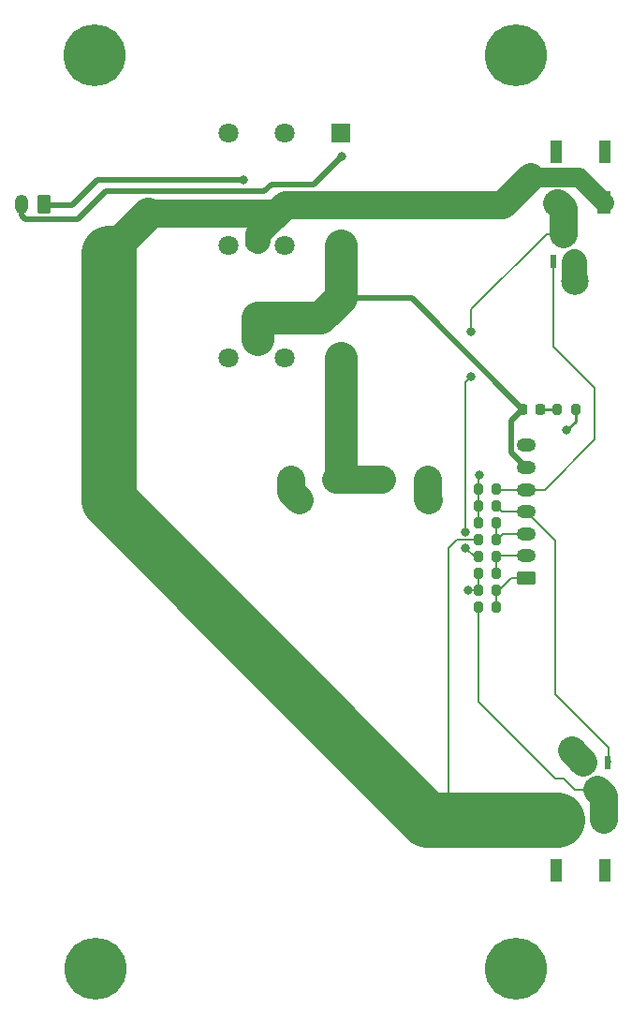
<source format=gbr>
%TF.GenerationSoftware,KiCad,Pcbnew,(6.0.7)*%
%TF.CreationDate,2023-03-08T23:55:28-05:00*%
%TF.ProjectId,CoreIO,436f7265-494f-42e6-9b69-6361645f7063,rev?*%
%TF.SameCoordinates,Original*%
%TF.FileFunction,Copper,L1,Top*%
%TF.FilePolarity,Positive*%
%FSLAX46Y46*%
G04 Gerber Fmt 4.6, Leading zero omitted, Abs format (unit mm)*
G04 Created by KiCad (PCBNEW (6.0.7)) date 2023-03-08 23:55:28*
%MOMM*%
%LPD*%
G01*
G04 APERTURE LIST*
G04 Aperture macros list*
%AMRoundRect*
0 Rectangle with rounded corners*
0 $1 Rounding radius*
0 $2 $3 $4 $5 $6 $7 $8 $9 X,Y pos of 4 corners*
0 Add a 4 corners polygon primitive as box body*
4,1,4,$2,$3,$4,$5,$6,$7,$8,$9,$2,$3,0*
0 Add four circle primitives for the rounded corners*
1,1,$1+$1,$2,$3*
1,1,$1+$1,$4,$5*
1,1,$1+$1,$6,$7*
1,1,$1+$1,$8,$9*
0 Add four rect primitives between the rounded corners*
20,1,$1+$1,$2,$3,$4,$5,0*
20,1,$1+$1,$4,$5,$6,$7,0*
20,1,$1+$1,$6,$7,$8,$9,0*
20,1,$1+$1,$8,$9,$2,$3,0*%
G04 Aperture macros list end*
%TA.AperFunction,SMDPad,CuDef*%
%ADD10RoundRect,0.088500X0.206500X-0.516500X0.206500X0.516500X-0.206500X0.516500X-0.206500X-0.516500X0*%
%TD*%
%TA.AperFunction,SMDPad,CuDef*%
%ADD11RoundRect,0.200000X0.200000X0.275000X-0.200000X0.275000X-0.200000X-0.275000X0.200000X-0.275000X0*%
%TD*%
%TA.AperFunction,ComponentPad*%
%ADD12C,3.600000*%
%TD*%
%TA.AperFunction,ConnectorPad*%
%ADD13C,5.600000*%
%TD*%
%TA.AperFunction,ComponentPad*%
%ADD14RoundRect,0.250000X0.350000X0.625000X-0.350000X0.625000X-0.350000X-0.625000X0.350000X-0.625000X0*%
%TD*%
%TA.AperFunction,ComponentPad*%
%ADD15O,1.200000X1.750000*%
%TD*%
%TA.AperFunction,SMDPad,CuDef*%
%ADD16RoundRect,0.218750X0.218750X0.256250X-0.218750X0.256250X-0.218750X-0.256250X0.218750X-0.256250X0*%
%TD*%
%TA.AperFunction,ComponentPad*%
%ADD17R,1.800000X1.800000*%
%TD*%
%TA.AperFunction,ComponentPad*%
%ADD18C,1.800000*%
%TD*%
%TA.AperFunction,SMDPad,CuDef*%
%ADD19RoundRect,0.200000X-0.200000X-0.275000X0.200000X-0.275000X0.200000X0.275000X-0.200000X0.275000X0*%
%TD*%
%TA.AperFunction,SMDPad,CuDef*%
%ADD20R,1.000000X2.000000*%
%TD*%
%TA.AperFunction,SMDPad,CuDef*%
%ADD21R,1.300000X2.100000*%
%TD*%
%TA.AperFunction,ComponentPad*%
%ADD22RoundRect,0.250000X0.625000X-0.350000X0.625000X0.350000X-0.625000X0.350000X-0.625000X-0.350000X0*%
%TD*%
%TA.AperFunction,ComponentPad*%
%ADD23O,1.750000X1.200000*%
%TD*%
%TA.AperFunction,SMDPad,CuDef*%
%ADD24RoundRect,0.088500X-0.206500X0.516500X-0.206500X-0.516500X0.206500X-0.516500X0.206500X0.516500X0*%
%TD*%
%TA.AperFunction,SMDPad,CuDef*%
%ADD25R,1.800000X1.700000*%
%TD*%
%TA.AperFunction,ViaPad*%
%ADD26C,2.500000*%
%TD*%
%TA.AperFunction,ViaPad*%
%ADD27C,0.800000*%
%TD*%
%TA.AperFunction,ViaPad*%
%ADD28C,2.300000*%
%TD*%
%TA.AperFunction,Conductor*%
%ADD29C,0.508000*%
%TD*%
%TA.AperFunction,Conductor*%
%ADD30C,0.203200*%
%TD*%
%TA.AperFunction,Conductor*%
%ADD31C,3.000000*%
%TD*%
%TA.AperFunction,Conductor*%
%ADD32C,2.500000*%
%TD*%
%TA.AperFunction,Conductor*%
%ADD33C,0.250000*%
%TD*%
%TA.AperFunction,Conductor*%
%ADD34C,2.250000*%
%TD*%
%TA.AperFunction,Conductor*%
%ADD35C,1.800000*%
%TD*%
%TA.AperFunction,Conductor*%
%ADD36C,5.000000*%
%TD*%
%TA.AperFunction,Conductor*%
%ADD37C,2.300000*%
%TD*%
G04 APERTURE END LIST*
D10*
%TO.P,Q2,1*%
%TO.N,/PYRO 1*%
X170246000Y-72375000D03*
%TO.P,Q2,3*%
%TO.N,Net-(J3-Pad2)*%
X171196000Y-69865000D03*
%TO.P,Q2,2*%
%TO.N,GND*%
X172146000Y-72375000D03*
%TD*%
D11*
%TO.P,R8,1*%
%TO.N,/CONT 1*%
X165100000Y-100584000D03*
%TO.P,R8,2*%
%TO.N,GND*%
X163450000Y-100584000D03*
%TD*%
D12*
%TO.P,H4,1*%
%TO.N,N/C*%
X128821044Y-136276378D03*
D13*
X128821044Y-136276378D03*
%TD*%
D14*
%TO.P,J2,1,Pin_1*%
%TO.N,Net-(J2-Pad1)*%
X124190000Y-67220000D03*
D15*
%TO.P,J2,2,Pin_2*%
%TO.N,Net-(J2-Pad2)*%
X122190000Y-67220000D03*
%TD*%
D16*
%TO.P,D1,1,K*%
%TO.N,Net-(D1-Pad1)*%
X169076105Y-85725000D03*
%TO.P,D1,2,A*%
%TO.N,/V_BATT*%
X167501105Y-85725000D03*
%TD*%
D17*
%TO.P,S1,1*%
%TO.N,/SWITCH1*%
X151023176Y-81059176D03*
D18*
%TO.P,S1,2*%
%TO.N,Net-(JP1-Pad1)*%
X145943176Y-81059176D03*
%TO.P,S1,3*%
%TO.N,Net-(JP1-Pad3)*%
X140863176Y-81059176D03*
%TD*%
D11*
%TO.P,R6,1*%
%TO.N,/PYRO 1*%
X165100000Y-92964000D03*
%TO.P,R6,2*%
%TO.N,GND*%
X163450000Y-92964000D03*
%TD*%
D19*
%TO.P,R10,1*%
%TO.N,Net-(J4-Pad2)*%
X163450000Y-103632000D03*
%TO.P,R10,2*%
%TO.N,/CONT 2*%
X165100000Y-103632000D03*
%TD*%
D20*
%TO.P,J3,*%
%TO.N,*%
X174920000Y-62470000D03*
X170520000Y-62470000D03*
D21*
%TO.P,J3,1,Pin_1*%
%TO.N,/V_IGNITOR*%
X174820000Y-67070000D03*
%TO.P,J3,2,Pin_2*%
%TO.N,Net-(J3-Pad2)*%
X170620000Y-67070000D03*
%TD*%
D22*
%TO.P,J1,1,Pin_1*%
%TO.N,/CONT 2*%
X167780605Y-100981317D03*
D23*
%TO.P,J1,2,Pin_2*%
%TO.N,/CONT 1*%
X167780605Y-98981317D03*
%TO.P,J1,3,Pin_3*%
%TO.N,/ARM*%
X167780605Y-96981317D03*
%TO.P,J1,4,Pin_4*%
%TO.N,/PYRO 2*%
X167780605Y-94981317D03*
%TO.P,J1,5,Pin_5*%
%TO.N,/PYRO 1*%
X167780605Y-92981317D03*
%TO.P,J1,6,Pin_6*%
%TO.N,/V_BATT*%
X167780605Y-90981317D03*
%TO.P,J1,7,Pin_7*%
%TO.N,GND*%
X167780605Y-88981317D03*
%TD*%
D17*
%TO.P,S2,1*%
%TO.N,/V_BATT*%
X151023058Y-70888941D03*
D18*
%TO.P,S2,2*%
%TO.N,Net-(JP2-Pad1)*%
X145943058Y-70888941D03*
%TO.P,S2,3*%
%TO.N,Net-(JP2-Pad3)*%
X140863058Y-70888941D03*
%TD*%
D12*
%TO.P,H3,1*%
%TO.N,N/C*%
X166909025Y-53739054D03*
D13*
X166909025Y-53739054D03*
%TD*%
D20*
%TO.P,J4,*%
%TO.N,*%
X174920000Y-127395000D03*
X170520000Y-127395000D03*
D21*
%TO.P,J4,1,Pin_1*%
%TO.N,/V_IGNITOR*%
X170620000Y-122795000D03*
%TO.P,J4,2,Pin_2*%
%TO.N,Net-(J4-Pad2)*%
X174820000Y-122795000D03*
%TD*%
D11*
%TO.P,R11,1*%
%TO.N,/CONT 2*%
X165100000Y-102108000D03*
%TO.P,R11,2*%
%TO.N,GND*%
X163450000Y-102108000D03*
%TD*%
%TO.P,R1,1*%
%TO.N,GND*%
X172275000Y-85741317D03*
%TO.P,R1,2*%
%TO.N,Net-(D1-Pad1)*%
X170625000Y-85741317D03*
%TD*%
%TO.P,R2,1*%
%TO.N,/ARM*%
X165108366Y-97533898D03*
%TO.P,R2,2*%
%TO.N,/V_IGNITOR*%
X163458366Y-97533898D03*
%TD*%
D24*
%TO.P,Q1,1*%
%TO.N,/PYRO 2*%
X175194000Y-117617000D03*
%TO.P,Q1,2*%
%TO.N,GND*%
X173294000Y-117617000D03*
%TO.P,Q1,3*%
%TO.N,Net-(J4-Pad2)*%
X174244000Y-120127000D03*
%TD*%
D19*
%TO.P,R5,1*%
%TO.N,GND*%
X163450000Y-96012000D03*
%TO.P,R5,2*%
%TO.N,/ARM*%
X165100000Y-96012000D03*
%TD*%
D12*
%TO.P,H2,1*%
%TO.N,N/C*%
X166902698Y-136268782D03*
D13*
X166902698Y-136268782D03*
%TD*%
D11*
%TO.P,R9,1*%
%TO.N,/PYRO 2*%
X165100000Y-94488000D03*
%TO.P,R9,2*%
%TO.N,GND*%
X163450000Y-94488000D03*
%TD*%
D18*
%TO.P,S3,3*%
%TO.N,Net-(JP3-Pad3)*%
X140899176Y-60762470D03*
%TO.P,S3,2*%
%TO.N,Net-(JP3-Pad1)*%
X145979176Y-60762470D03*
D17*
%TO.P,S3,1*%
%TO.N,Net-(J2-Pad2)*%
X151059176Y-60762470D03*
%TD*%
D25*
%TO.P,D2,A*%
%TO.N,Net-(BT1-Pad1)*%
X146540000Y-92075000D03*
%TO.P,D2,C*%
%TO.N,/SWITCH1*%
X150640000Y-92075000D03*
%TD*%
D19*
%TO.P,R7,1*%
%TO.N,Net-(J3-Pad2)*%
X163450000Y-99060000D03*
%TO.P,R7,2*%
%TO.N,/CONT 1*%
X165100000Y-99060000D03*
%TD*%
D12*
%TO.P,H1,1,1*%
%TO.N,GND*%
X128816000Y-53739054D03*
D13*
X128816000Y-53739054D03*
%TD*%
D25*
%TO.P,D3,A*%
%TO.N,Net-(BT2-Pad1)*%
X158895000Y-92075000D03*
%TO.P,D3,C*%
%TO.N,/SWITCH1*%
X154795000Y-92075000D03*
%TD*%
D26*
%TO.N,/V_BATT*%
X143510000Y-79375000D03*
%TO.N,GND*%
X171958000Y-116586000D03*
D27*
X171450000Y-87630000D03*
D26*
X172212000Y-74168000D03*
D27*
X162560000Y-102108000D03*
X163576000Y-91694000D03*
%TO.N,Net-(J3-Pad2)*%
X162814000Y-78740000D03*
X162306000Y-96832798D03*
X162306000Y-98234998D03*
X162814000Y-82804000D03*
%TO.N,Net-(J2-Pad2)*%
X151130000Y-62865000D03*
%TO.N,Net-(J2-Pad1)*%
X142240000Y-65024000D03*
D26*
%TO.N,Net-(BT1-Pad1)*%
X147320000Y-93980000D03*
%TO.N,Net-(BT2-Pad1)*%
X159004000Y-93980000D03*
D28*
%TO.N,/V_IGNITOR*%
X143510000Y-70485000D03*
%TD*%
D29*
%TO.N,/ARM*%
X165108366Y-96020366D02*
X165100000Y-96012000D01*
D30*
X165108366Y-97533898D02*
X165660947Y-96981317D01*
X165660947Y-96981317D02*
X167780605Y-96981317D01*
X165108366Y-97533898D02*
X165108366Y-96020366D01*
%TO.N,/CONT 2*%
X165354000Y-102108000D02*
X166480683Y-100981317D01*
X166480683Y-100981317D02*
X167780605Y-100981317D01*
X165100000Y-103632000D02*
X165100000Y-102108000D01*
X165100000Y-102108000D02*
X165354000Y-102108000D01*
%TO.N,/CONT 1*%
X165100000Y-100584000D02*
X165100000Y-99060000D01*
X167780605Y-98981317D02*
X165178683Y-98981317D01*
D29*
X165178683Y-98981317D02*
X165100000Y-99060000D01*
D30*
%TO.N,/PYRO 2*%
X165593317Y-94981317D02*
X165100000Y-94488000D01*
X167780605Y-94981317D02*
X170434000Y-97634712D01*
X170434000Y-111506000D02*
X175260000Y-116332000D01*
X175260000Y-116332000D02*
X175260000Y-117551000D01*
X167780605Y-94981317D02*
X165593317Y-94981317D01*
D29*
X175260000Y-117551000D02*
X175194000Y-117617000D01*
D30*
X170434000Y-97634712D02*
X170434000Y-111506000D01*
%TO.N,/PYRO 1*%
X169479644Y-92981317D02*
X167780605Y-92981317D01*
X165117317Y-92981317D02*
X165100000Y-92964000D01*
X173990000Y-83820000D02*
X173990000Y-88470961D01*
X170246000Y-80076000D02*
X173990000Y-83820000D01*
X173990000Y-88470961D02*
X169479644Y-92981317D01*
X170246000Y-72375000D02*
X170246000Y-80076000D01*
X167780605Y-92981317D02*
X165117317Y-92981317D01*
D29*
%TO.N,/V_BATT*%
X167501105Y-85725000D02*
X166451605Y-86774500D01*
D31*
X151023058Y-70888941D02*
X151023058Y-75671942D01*
X151023058Y-75671942D02*
X149225000Y-77470000D01*
D29*
X151023058Y-75671942D02*
X157448047Y-75671942D01*
X157448047Y-75671942D02*
X167501105Y-85725000D01*
X166451605Y-89652317D02*
X167780605Y-90981317D01*
D31*
X143510000Y-77470000D02*
X143510000Y-79375000D01*
D29*
X166451605Y-86774500D02*
X166451605Y-89652317D01*
D31*
X149225000Y-77470000D02*
X143510000Y-77470000D01*
D29*
%TO.N,GND*%
X172146000Y-74102000D02*
X172212000Y-74168000D01*
D30*
X163450000Y-94488000D02*
X163450000Y-92964000D01*
D29*
X173294000Y-117617000D02*
X172989000Y-117617000D01*
D30*
X163450000Y-96012000D02*
X163450000Y-94488000D01*
D32*
X172989000Y-117617000D02*
X171958000Y-116586000D01*
D33*
X172275000Y-86805000D02*
X171450000Y-87630000D01*
D34*
X172146000Y-72375000D02*
X172146000Y-74102000D01*
D30*
X163450000Y-102108000D02*
X162560000Y-102108000D01*
D33*
X172275000Y-85741317D02*
X172275000Y-86805000D01*
D30*
X163450000Y-102108000D02*
X163450000Y-100584000D01*
X163450000Y-91820000D02*
X163576000Y-91694000D01*
X163450000Y-92964000D02*
X163450000Y-91820000D01*
%TO.N,Net-(J3-Pad2)*%
X162814000Y-78740000D02*
X162814000Y-76708000D01*
X162814000Y-76708000D02*
X169657000Y-69865000D01*
X162306000Y-98234998D02*
X163131002Y-99060000D01*
X169657000Y-69865000D02*
X171196000Y-69865000D01*
D32*
X171196000Y-69865000D02*
X171196000Y-67646000D01*
D30*
X162306000Y-96832798D02*
X162306000Y-83312000D01*
X163131002Y-99060000D02*
X163450000Y-99060000D01*
X162306000Y-83312000D02*
X162814000Y-82804000D01*
D32*
X170670000Y-67120000D02*
X170620000Y-67120000D01*
X171196000Y-67646000D02*
X170670000Y-67120000D01*
%TO.N,/SWITCH1*%
X150640000Y-92075000D02*
X154795000Y-92075000D01*
D31*
X151023176Y-81059176D02*
X151023176Y-91691824D01*
D32*
X151023176Y-91691824D02*
X150640000Y-92075000D01*
D29*
%TO.N,Net-(J2-Pad2)*%
X122190000Y-68215000D02*
X122190000Y-67220000D01*
X144780000Y-65405000D02*
X144145000Y-66040000D01*
X127254000Y-68580000D02*
X122555000Y-68580000D01*
X151130000Y-62865000D02*
X148590000Y-65405000D01*
X144145000Y-66040000D02*
X129794000Y-66040000D01*
X129794000Y-66040000D02*
X127254000Y-68580000D01*
X148590000Y-65405000D02*
X144780000Y-65405000D01*
X122555000Y-68580000D02*
X122190000Y-68215000D01*
%TO.N,Net-(J2-Pad1)*%
X124280000Y-67310000D02*
X124190000Y-67220000D01*
X126746000Y-67310000D02*
X124280000Y-67310000D01*
X142240000Y-65024000D02*
X129032000Y-65024000D01*
X129032000Y-65024000D02*
X126746000Y-67310000D01*
D32*
%TO.N,Net-(BT1-Pad1)*%
X146540000Y-93200000D02*
X147320000Y-93980000D01*
X146540000Y-92075000D02*
X146540000Y-93200000D01*
%TO.N,Net-(BT2-Pad1)*%
X158895000Y-93871000D02*
X159004000Y-93980000D01*
X158895000Y-92075000D02*
X158895000Y-93871000D01*
D33*
%TO.N,Net-(D1-Pad1)*%
X169076105Y-85725000D02*
X170608683Y-85725000D01*
X170608683Y-85725000D02*
X170625000Y-85741317D01*
D35*
%TO.N,/V_IGNITOR*%
X172520000Y-64770000D02*
X168275000Y-64770000D01*
D32*
X144674000Y-68072000D02*
X144981000Y-68379000D01*
X133604000Y-68072000D02*
X144674000Y-68072000D01*
D36*
X130048000Y-93980000D02*
X158863000Y-122795000D01*
D35*
X174820000Y-67070000D02*
X172520000Y-64770000D01*
D30*
X160782000Y-120876000D02*
X160782000Y-98298000D01*
D32*
X165735000Y-67310000D02*
X146050000Y-67310000D01*
D30*
X161546102Y-97533898D02*
X163458366Y-97533898D01*
D36*
X158863000Y-122795000D02*
X170620000Y-122795000D01*
X130048000Y-71628000D02*
X130048000Y-93980000D01*
D30*
X160782000Y-98298000D02*
X161546102Y-97533898D01*
X158863000Y-122795000D02*
X160782000Y-120876000D01*
D32*
X168275000Y-64770000D02*
X165735000Y-67310000D01*
D31*
X130048000Y-71628000D02*
X133604000Y-68072000D01*
D37*
X146050000Y-67310000D02*
X143510000Y-69850000D01*
D32*
X144981000Y-68379000D02*
X146050000Y-67310000D01*
D37*
X143510000Y-69850000D02*
X143510000Y-70485000D01*
D30*
%TO.N,Net-(J4-Pad2)*%
X163450000Y-112142000D02*
X163450000Y-103632000D01*
X170434000Y-119126000D02*
X163450000Y-112142000D01*
D32*
X174820000Y-122795000D02*
X174820000Y-120703000D01*
X174820000Y-120703000D02*
X174244000Y-120127000D01*
D30*
X172197000Y-120127000D02*
X174244000Y-120127000D01*
X171196000Y-119126000D02*
X172197000Y-120127000D01*
X170434000Y-119126000D02*
X171196000Y-119126000D01*
%TD*%
M02*

</source>
